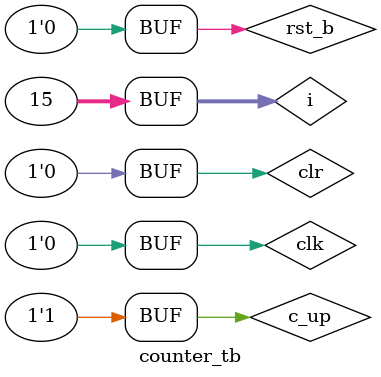
<source format=v>
module counter #(
  parameter LATIME = 4,
  parameter VAL_INIT = {LATIME{1'b0}}
)(
  input clk, rst_b, c_up, clr,
  output reg [LATIME-1:0] q
);

always @(posedge clk, negedge rst_b) begin
  if(rst_b == 0) q <= VAL_INIT; //rst e activ pe 0, aduce iesirea la val initiala
  else if(clr == 1) q <= VAL_INIT; //prioritate mai mare, inversez if-urile
  else if(c_up == 1) q = q + 1;
    end
endmodule

module counter_tb;
  reg clk, rst_b, c_up, clr;
  wire [7:0] q;
  
  counter #(
    .LATIME(8), .VAL_INIT(8'hff)
  )counter1(
    .clk(clk), .rst_b(rst_b), .c_up(c_up), .clr(clr), .q(q)
  );
  
  integer i;
  initial begin
    clk = 0;
    rst_b = 0;
    c_up = 1;
    clr = 0;
  end
  
  initial begin
    for(i = 1; i <= 14; i = i + 1) begin
      #50; clk = ~clk;
    end
  end
  
  initial begin
    #5; rst_b = ~rst_b;
  end
  
  initial begin
    #425; c_up = ~c_up;
    #100; clr = ~clr;
  end
  
  initial begin
    #225; clr = ~clr;
    #100; c_up = ~c_up;
  end
  
endmodule
    
</source>
